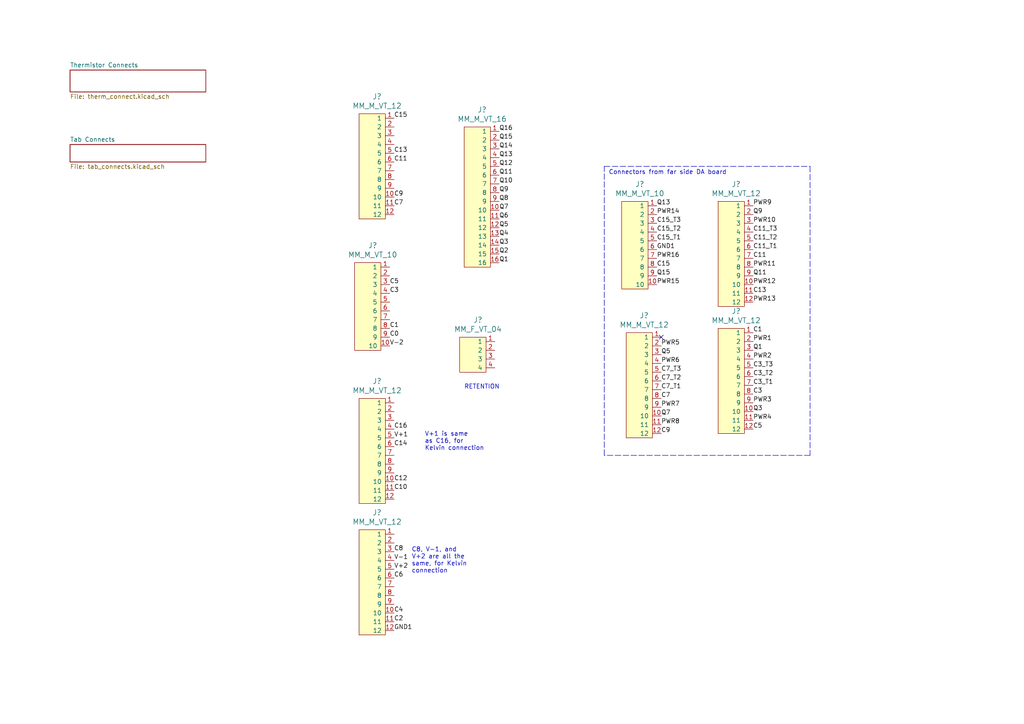
<source format=kicad_sch>
(kicad_sch (version 20211123) (generator eeschema)
  (paper "A4")
  (lib_symbols
    (symbol "MM_M_VT_12_1" (pin_names (offset 1.016))
      (property "Reference" "J" (at -2.54 30.48 0))
      (property "Value" "MM_M_VT_12_1" (at -1.27 -2.54 0))
      (symbol "MM_M_VT_12_1_0_1"
        (rectangle (start -6.35 29.21) (end 1.27 -1.27) (fill (type background)))
      )
      (symbol "MM_M_VT_12_1_1_1"
        (pin bidirectional line (at 3.81 27.94 180) (length 2.54) (name "1") (number "1"))
        (pin bidirectional line (at 3.81 5.08 180) (length 2.54) (name "10") (number "10"))
        (pin bidirectional line (at 3.81 2.54 180) (length 2.54) (name "11") (number "11"))
        (pin bidirectional line (at 3.81 0 180) (length 2.54) (name "12") (number "12"))
        (pin bidirectional line (at 3.81 25.4 180) (length 2.54) (name "2") (number "2"))
        (pin bidirectional line (at 3.81 22.86 180) (length 2.54) (name "3") (number "3"))
        (pin bidirectional line (at 3.81 20.32 180) (length 2.54) (name "4") (number "4"))
        (pin bidirectional line (at 3.81 17.78 180) (length 2.54) (name "5") (number "5"))
        (pin bidirectional line (at 3.81 15.24 180) (length 2.54) (name "6") (number "6"))
        (pin bidirectional line (at 3.81 12.7 180) (length 2.54) (name "7") (number "7"))
        (pin bidirectional line (at 3.81 10.16 180) (length 2.54) (name "8") (number "8"))
        (pin bidirectional line (at 3.81 7.62 180) (length 2.54) (name "9") (number "9"))
      )
    )
    (symbol "MM_M_VT_12_2" (pin_names (offset 1.016))
      (property "Reference" "J" (at -2.54 30.48 0))
      (property "Value" "MM_M_VT_12_2" (at -1.27 -2.54 0))
      (symbol "MM_M_VT_12_2_0_1"
        (rectangle (start -6.35 29.21) (end 1.27 -1.27) (fill (type background)))
      )
      (symbol "MM_M_VT_12_2_1_1"
        (pin bidirectional line (at 3.81 27.94 180) (length 2.54) (name "1") (number "1"))
        (pin bidirectional line (at 3.81 5.08 180) (length 2.54) (name "10") (number "10"))
        (pin bidirectional line (at 3.81 2.54 180) (length 2.54) (name "11") (number "11"))
        (pin bidirectional line (at 3.81 0 180) (length 2.54) (name "12") (number "12"))
        (pin bidirectional line (at 3.81 25.4 180) (length 2.54) (name "2") (number "2"))
        (pin bidirectional line (at 3.81 22.86 180) (length 2.54) (name "3") (number "3"))
        (pin bidirectional line (at 3.81 20.32 180) (length 2.54) (name "4") (number "4"))
        (pin bidirectional line (at 3.81 17.78 180) (length 2.54) (name "5") (number "5"))
        (pin bidirectional line (at 3.81 15.24 180) (length 2.54) (name "6") (number "6"))
        (pin bidirectional line (at 3.81 12.7 180) (length 2.54) (name "7") (number "7"))
        (pin bidirectional line (at 3.81 10.16 180) (length 2.54) (name "8") (number "8"))
        (pin bidirectional line (at 3.81 7.62 180) (length 2.54) (name "9") (number "9"))
      )
    )
    (symbol "MM_M_VT_12_3" (pin_names (offset 1.016))
      (property "Reference" "J" (at -2.54 30.48 0))
      (property "Value" "MM_M_VT_12_3" (at -1.27 -2.54 0))
      (symbol "MM_M_VT_12_3_0_1"
        (rectangle (start -6.35 29.21) (end 1.27 -1.27) (fill (type background)))
      )
      (symbol "MM_M_VT_12_3_1_1"
        (pin bidirectional line (at 3.81 27.94 180) (length 2.54) (name "1") (number "1"))
        (pin bidirectional line (at 3.81 5.08 180) (length 2.54) (name "10") (number "10"))
        (pin bidirectional line (at 3.81 2.54 180) (length 2.54) (name "11") (number "11"))
        (pin bidirectional line (at 3.81 0 180) (length 2.54) (name "12") (number "12"))
        (pin bidirectional line (at 3.81 25.4 180) (length 2.54) (name "2") (number "2"))
        (pin bidirectional line (at 3.81 22.86 180) (length 2.54) (name "3") (number "3"))
        (pin bidirectional line (at 3.81 20.32 180) (length 2.54) (name "4") (number "4"))
        (pin bidirectional line (at 3.81 17.78 180) (length 2.54) (name "5") (number "5"))
        (pin bidirectional line (at 3.81 15.24 180) (length 2.54) (name "6") (number "6"))
        (pin bidirectional line (at 3.81 12.7 180) (length 2.54) (name "7") (number "7"))
        (pin bidirectional line (at 3.81 10.16 180) (length 2.54) (name "8") (number "8"))
        (pin bidirectional line (at 3.81 7.62 180) (length 2.54) (name "9") (number "9"))
      )
    )
    (symbol "MM_M_VT_12_4" (pin_names (offset 1.016))
      (property "Reference" "J" (at -2.54 30.48 0))
      (property "Value" "MM_M_VT_12_4" (at -1.27 -2.54 0))
      (symbol "MM_M_VT_12_4_0_1"
        (rectangle (start -6.35 29.21) (end 1.27 -1.27) (fill (type background)))
      )
      (symbol "MM_M_VT_12_4_1_1"
        (pin bidirectional line (at 3.81 27.94 180) (length 2.54) (name "1") (number "1"))
        (pin bidirectional line (at 3.81 5.08 180) (length 2.54) (name "10") (number "10"))
        (pin bidirectional line (at 3.81 2.54 180) (length 2.54) (name "11") (number "11"))
        (pin bidirectional line (at 3.81 0 180) (length 2.54) (name "12") (number "12"))
        (pin bidirectional line (at 3.81 25.4 180) (length 2.54) (name "2") (number "2"))
        (pin bidirectional line (at 3.81 22.86 180) (length 2.54) (name "3") (number "3"))
        (pin bidirectional line (at 3.81 20.32 180) (length 2.54) (name "4") (number "4"))
        (pin bidirectional line (at 3.81 17.78 180) (length 2.54) (name "5") (number "5"))
        (pin bidirectional line (at 3.81 15.24 180) (length 2.54) (name "6") (number "6"))
        (pin bidirectional line (at 3.81 12.7 180) (length 2.54) (name "7") (number "7"))
        (pin bidirectional line (at 3.81 10.16 180) (length 2.54) (name "8") (number "8"))
        (pin bidirectional line (at 3.81 7.62 180) (length 2.54) (name "9") (number "9"))
      )
    )
    (symbol "MM_M_VT_12_5" (pin_names (offset 1.016))
      (property "Reference" "J" (at -2.54 30.48 0))
      (property "Value" "MM_M_VT_12_5" (at -1.27 -2.54 0))
      (symbol "MM_M_VT_12_5_0_1"
        (rectangle (start -6.35 29.21) (end 1.27 -1.27) (fill (type background)))
      )
      (symbol "MM_M_VT_12_5_1_1"
        (pin bidirectional line (at 3.81 27.94 180) (length 2.54) (name "1") (number "1"))
        (pin bidirectional line (at 3.81 5.08 180) (length 2.54) (name "10") (number "10"))
        (pin bidirectional line (at 3.81 2.54 180) (length 2.54) (name "11") (number "11"))
        (pin bidirectional line (at 3.81 0 180) (length 2.54) (name "12") (number "12"))
        (pin bidirectional line (at 3.81 25.4 180) (length 2.54) (name "2") (number "2"))
        (pin bidirectional line (at 3.81 22.86 180) (length 2.54) (name "3") (number "3"))
        (pin bidirectional line (at 3.81 20.32 180) (length 2.54) (name "4") (number "4"))
        (pin bidirectional line (at 3.81 17.78 180) (length 2.54) (name "5") (number "5"))
        (pin bidirectional line (at 3.81 15.24 180) (length 2.54) (name "6") (number "6"))
        (pin bidirectional line (at 3.81 12.7 180) (length 2.54) (name "7") (number "7"))
        (pin bidirectional line (at 3.81 10.16 180) (length 2.54) (name "8") (number "8"))
        (pin bidirectional line (at 3.81 7.62 180) (length 2.54) (name "9") (number "9"))
      )
    )
    (symbol "formula:MM_F_VT_04" (pin_names (offset 1.016))
      (property "Reference" "J" (at -2.54 30.48 0))
      (property "Value" "MM_F_VT_04" (at 1.27 -6.35 0))
      (symbol "MM_F_VT_04_0_1"
        (rectangle (start 3.81 -3.81) (end -3.81 6.35) (fill (type background)))
      )
      (symbol "MM_F_VT_04_1_1"
        (pin bidirectional line (at 6.35 5.08 180) (length 2.54) (name "1") (number "1"))
        (pin bidirectional line (at 6.35 2.54 180) (length 2.54) (name "2") (number "2"))
        (pin bidirectional line (at 6.35 0 180) (length 2.54) (name "3") (number "3"))
        (pin bidirectional line (at 6.35 -2.54 180) (length 2.54) (name "4") (number "4"))
      )
    )
    (symbol "formula:MM_M_VT_10" (pin_names (offset 1.016))
      (property "Reference" "J" (at 0 19.05 0))
      (property "Value" "MM_M_VT_10" (at 0 -8.89 0))
      (symbol "MM_M_VT_10_0_1"
        (rectangle (start -3.81 17.78) (end 3.81 -7.62) (fill (type background)))
      )
      (symbol "MM_M_VT_10_1_1"
        (pin bidirectional line (at 6.35 16.51 180) (length 2.54) (name "1") (number "1"))
        (pin bidirectional line (at 6.35 -6.35 180) (length 2.54) (name "10") (number "10"))
        (pin bidirectional line (at 6.35 13.97 180) (length 2.54) (name "2") (number "2"))
        (pin bidirectional line (at 6.35 11.43 180) (length 2.54) (name "3") (number "3"))
        (pin bidirectional line (at 6.35 8.89 180) (length 2.54) (name "4") (number "4"))
        (pin bidirectional line (at 6.35 6.35 180) (length 2.54) (name "5") (number "5"))
        (pin bidirectional line (at 6.35 3.81 180) (length 2.54) (name "6") (number "6"))
        (pin bidirectional line (at 6.35 1.27 180) (length 2.54) (name "7") (number "7"))
        (pin bidirectional line (at 6.35 -1.27 180) (length 2.54) (name "8") (number "8"))
        (pin bidirectional line (at 6.35 -3.81 180) (length 2.54) (name "9") (number "9"))
      )
    )
    (symbol "formula:MM_M_VT_12" (pin_names (offset 1.016))
      (property "Reference" "J" (at -2.54 30.48 0))
      (property "Value" "MM_M_VT_12" (at -1.27 -2.54 0))
      (symbol "MM_M_VT_12_0_1"
        (rectangle (start -6.35 29.21) (end 1.27 -1.27) (fill (type background)))
      )
      (symbol "MM_M_VT_12_1_1"
        (pin bidirectional line (at 3.81 27.94 180) (length 2.54) (name "1") (number "1"))
        (pin bidirectional line (at 3.81 5.08 180) (length 2.54) (name "10") (number "10"))
        (pin bidirectional line (at 3.81 2.54 180) (length 2.54) (name "11") (number "11"))
        (pin bidirectional line (at 3.81 0 180) (length 2.54) (name "12") (number "12"))
        (pin bidirectional line (at 3.81 25.4 180) (length 2.54) (name "2") (number "2"))
        (pin bidirectional line (at 3.81 22.86 180) (length 2.54) (name "3") (number "3"))
        (pin bidirectional line (at 3.81 20.32 180) (length 2.54) (name "4") (number "4"))
        (pin bidirectional line (at 3.81 17.78 180) (length 2.54) (name "5") (number "5"))
        (pin bidirectional line (at 3.81 15.24 180) (length 2.54) (name "6") (number "6"))
        (pin bidirectional line (at 3.81 12.7 180) (length 2.54) (name "7") (number "7"))
        (pin bidirectional line (at 3.81 10.16 180) (length 2.54) (name "8") (number "8"))
        (pin bidirectional line (at 3.81 7.62 180) (length 2.54) (name "9") (number "9"))
      )
    )
    (symbol "formula:MM_M_VT_16" (pin_names (offset 1.016))
      (property "Reference" "J" (at -2.54 30.48 0))
      (property "Value" "MM_M_VT_16" (at -1.27 -12.7 0))
      (symbol "MM_M_VT_16_0_1"
        (rectangle (start -6.35 29.21) (end 1.27 -11.43) (fill (type background)))
      )
      (symbol "MM_M_VT_16_1_1"
        (pin bidirectional line (at 3.81 27.94 180) (length 2.54) (name "1") (number "1"))
        (pin bidirectional line (at 3.81 5.08 180) (length 2.54) (name "10") (number "10"))
        (pin bidirectional line (at 3.81 2.54 180) (length 2.54) (name "11") (number "11"))
        (pin bidirectional line (at 3.81 0 180) (length 2.54) (name "12") (number "12"))
        (pin bidirectional line (at 3.81 -2.54 180) (length 2.54) (name "13") (number "13"))
        (pin bidirectional line (at 3.81 -5.08 180) (length 2.54) (name "14") (number "14"))
        (pin bidirectional line (at 3.81 -7.62 180) (length 2.54) (name "15") (number "15"))
        (pin bidirectional line (at 3.81 -10.16 180) (length 2.54) (name "16") (number "16"))
        (pin bidirectional line (at 3.81 25.4 180) (length 2.54) (name "2") (number "2"))
        (pin bidirectional line (at 3.81 22.86 180) (length 2.54) (name "3") (number "3"))
        (pin bidirectional line (at 3.81 20.32 180) (length 2.54) (name "4") (number "4"))
        (pin bidirectional line (at 3.81 17.78 180) (length 2.54) (name "5") (number "5"))
        (pin bidirectional line (at 3.81 15.24 180) (length 2.54) (name "6") (number "6"))
        (pin bidirectional line (at 3.81 12.7 180) (length 2.54) (name "7") (number "7"))
        (pin bidirectional line (at 3.81 10.16 180) (length 2.54) (name "8") (number "8"))
        (pin bidirectional line (at 3.81 7.62 180) (length 2.54) (name "9") (number "9"))
      )
    )
  )
  (no_connect (at 191.77 97.79))
  (polyline (pts (xy 175.26 132.08) (xy 175.26 48.26)))
  (polyline (pts (xy 234.95 132.08) (xy 175.26 132.08)))
  (polyline (pts (xy 175.26 48.26) (xy 234.95 48.26)))
  (polyline (pts (xy 234.95 48.26) (xy 234.95 132.08)))
  (text "C8, V-1, and \nV+2 are all the \nsame, for Kelvin \nconnection" (at 119.38 166.37 0) (effects (font (size 1.27 1.27)) (justify left bottom)))
  (text "RETENTION" (at 134.62 113.03 0) (effects (font (size 1.27 1.27)) (justify left bottom)))
  (text "V+1 is same \nas C16, for\nKelvin connection" (at 123.19 130.81 0) (effects (font (size 1.27 1.27)) (justify left bottom)))
  (text "Connectors from far side DA board" (at 176.53 50.8 0) (effects (font (size 1.27 1.27)) (justify left bottom)))
  (label "C15_T3" (at 190.5 64.77 0))
  (label "C5" (at 113.03 82.55 0))
  (label "Q13" (at 144.78 45.72 0))
  (label "V-1" (at 114.3 162.56 0))
  (label "C8" (at 114.3 160.02 0))
  (label "Q15" (at 190.5 80.01 0))
  (label "C6" (at 114.3 167.64 0))
  (label "V+1" (at 114.3 127 0))
  (label "Q15" (at 144.78 40.64 0))
  (label "GND1" (at 114.3 182.88 0))
  (label "C15" (at 190.5 77.47 0))
  (label "Q2" (at 144.78 73.66 0))
  (label "Q1" (at 218.44 101.6 0))
  (label "PWR13" (at 218.44 87.63 0))
  (label "C15_T2" (at 190.5 67.31 0))
  (label "C4" (at 114.3 177.8 0))
  (label "Q16" (at 144.78 38.1 0))
  (label "C10" (at 114.3 142.24 0))
  (label "PWR4" (at 218.44 121.92 0))
  (label "C16" (at 114.3 124.46 0))
  (label "C11" (at 114.3 46.99 0))
  (label "C13" (at 114.3 44.45 0))
  (label "PWR8" (at 191.77 123.19 0))
  (label "C3" (at 113.03 85.09 0))
  (label "Q11" (at 144.78 50.8 0))
  (label "PWR14" (at 190.5 62.23 0))
  (label "PWR2" (at 218.44 104.14 0))
  (label "Q4" (at 144.78 68.58 0))
  (label "C3_T2" (at 218.44 109.22 0))
  (label "C7_T3" (at 191.77 107.95 0))
  (label "C9" (at 114.3 57.15 0))
  (label "PWR16" (at 190.5 74.93 0))
  (label "C14" (at 114.3 129.54 0))
  (label "C3" (at 218.44 114.3 0))
  (label "C3_T1" (at 218.44 111.76 0))
  (label "PWR15" (at 190.5 82.55 0))
  (label "PWR12" (at 218.44 82.55 0))
  (label "Q5" (at 191.77 102.87 0))
  (label "PWR1" (at 218.44 99.06 0))
  (label "Q14" (at 144.78 43.18 0))
  (label "Q7" (at 144.78 60.96 0))
  (label "V-2" (at 113.03 100.33 0))
  (label "C9" (at 191.77 125.73 0))
  (label "V+2" (at 114.3 165.1 0))
  (label "PWR5" (at 191.77 100.33 0))
  (label "C11" (at 218.44 74.93 0))
  (label "GND1" (at 190.5 72.39 0))
  (label "C1" (at 218.44 96.52 0))
  (label "C15_T1" (at 190.5 69.85 0))
  (label "C11_T2" (at 218.44 69.85 0))
  (label "PWR3" (at 218.44 116.84 0))
  (label "C11_T1" (at 218.44 72.39 0))
  (label "Q6" (at 144.78 63.5 0))
  (label "Q5" (at 144.78 66.04 0))
  (label "C15" (at 114.3 34.29 0))
  (label "Q10" (at 144.78 53.34 0))
  (label "PWR11" (at 218.44 77.47 0))
  (label "Q7" (at 191.77 120.65 0))
  (label "C7_T1" (at 191.77 113.03 0))
  (label "C5" (at 218.44 124.46 0))
  (label "C11_T3" (at 218.44 67.31 0))
  (label "Q11" (at 218.44 80.01 0))
  (label "C3_T3" (at 218.44 106.68 0))
  (label "PWR7" (at 191.77 118.11 0))
  (label "Q9" (at 144.78 55.88 0))
  (label "Q12" (at 144.78 48.26 0))
  (label "Q9" (at 218.44 62.23 0))
  (label "C2" (at 114.3 180.34 0))
  (label "C13" (at 218.44 85.09 0))
  (label "Q13" (at 190.5 59.69 0))
  (label "PWR6" (at 191.77 105.41 0))
  (label "C12" (at 114.3 139.7 0))
  (label "PWR10" (at 218.44 64.77 0))
  (label "Q3" (at 144.78 71.12 0))
  (label "C0" (at 113.03 97.79 0))
  (label "C7" (at 191.77 115.57 0))
  (label "C7" (at 114.3 59.69 0))
  (label "Q1" (at 144.78 76.2 0))
  (label "C7_T2" (at 191.77 110.49 0))
  (label "Q3" (at 218.44 119.38 0))
  (label "C1" (at 113.03 95.25 0))
  (label "Q8" (at 144.78 58.42 0))
  (label "PWR9" (at 218.44 59.69 0))
  (symbol (lib_id "formula:MM_M_VT_10") (at 184.15 76.2 0) (unit 1)
    (property "Reference" "J?" (at 185.5724 53.4162 0) (effects (font (size 1.524 1.524))))
    (property "Value" "MM_M_VT_10" (at 185.5724 56.1086 0) (effects (font (size 1.524 1.524))))
    (property "Footprint" "footprints:micromatch_female_vert_10" (effects hide))
    (property "Datasheet" "http://www.te.com/commerce/DocumentDelivery/DDEController?Action=showdoc&DocId=Customer+Drawing%7F338068%7FF1%7Fpdf%7FEnglish%7FENG_CD_338068_F1.pdf%7F1-1-215464-0" (effects hide))
    (property "MFN" "TE" (effects hide))
    (property "MPN" "1-215464-0" (effects hide))
    (property "PurchasingLink" "http://www.te.com/global-en/product-1-215464-0.html" (effects hide))
  )
  (symbol (lib_id "formula:MM_M_VT_10") (at 106.68 93.98 0) (unit 1)
    (property "Reference" "J?" (at 108.1024 71.1962 0) (effects (font (size 1.524 1.524))))
    (property "Value" "MM_M_VT_10" (at 108.1024 73.8886 0) (effects (font (size 1.524 1.524))))
    (property "Footprint" "footprints:micromatch_female_vert_10" (effects hide))
    (property "Datasheet" "http://www.te.com/commerce/DocumentDelivery/DDEController?Action=showdoc&DocId=Customer+Drawing%7F338068%7FF1%7Fpdf%7FEnglish%7FENG_CD_338068_F1.pdf%7F1-1-215464-0" (effects hide))
    (property "MFN" "TE" (effects hide))
    (property "MPN" "1-215464-0" (effects hide))
    (property "PurchasingLink" "http://www.te.com/global-en/product-1-215464-0.html" (effects hide))
  )
  (symbol (lib_name "MM_M_VT_12_3") (lib_id "formula:MM_M_VT_12") (at 110.49 182.88 0) (unit 1)
    (property "Reference" "J?" (at 109.3724 148.6662 0) (effects (font (size 1.524 1.524))))
    (property "Value" "MM_M_VT_12" (at 109.3724 151.3586 0) (effects (font (size 1.524 1.524))))
    (property "Footprint" "footprints:micromatch_female_vt_12" (effects hide))
    (property "Datasheet" "http://www.te.com/commerce/DocumentDelivery/DDEController?Action=showdoc&DocId=Customer+Drawing%7F338068%7FF1%7Fpdf%7FEnglish%7FENG_CD_338068_F1.pdf%7F1-1-215464-2" (effects hide))
    (property "MFN" "TE" (effects hide))
    (property "MPN" "1-215464-2" (effects hide))
    (property "PurchasingLink" "http://www.te.com/global-en/product-1-215464-2.html" (effects hide))
  )
  (symbol (lib_id "formula:MM_F_VT_04") (at 137.16 104.14 0) (unit 1)
    (property "Reference" "J?" (at 138.6332 92.7862 0) (effects (font (size 1.524 1.524))))
    (property "Value" "MM_F_VT_04" (at 138.6332 95.4786 0) (effects (font (size 1.524 1.524))))
    (property "Footprint" "footprints:micromatch_female_vert_4" (effects hide))
    (property "Datasheet" "http://www.te.com/commerce/DocumentDelivery/DDEController?Action=showdoc&DocId=Customer+Drawing%7F338068%7FF1%7Fpdf%7FEnglish%7FENG_CD_338068_F1.pdf%7F338068-4" (effects hide))
    (property "MFN" "TE" (effects hide))
    (property "MPN" "338068-4" (effects hide))
    (property "PurchasingLink" "http://www.te.com/global-en/product-338068-4.html" (effects hide))
  )
  (symbol (lib_name "MM_M_VT_12_4") (lib_id "formula:MM_M_VT_12") (at 214.63 124.46 0) (unit 1)
    (property "Reference" "J?" (at 213.5124 90.2462 0) (effects (font (size 1.524 1.524))))
    (property "Value" "MM_M_VT_12" (at 213.5124 92.9386 0) (effects (font (size 1.524 1.524))))
    (property "Footprint" "footprints:micromatch_female_vt_12" (effects hide))
    (property "Datasheet" "http://www.te.com/commerce/DocumentDelivery/DDEController?Action=showdoc&DocId=Customer+Drawing%7F338068%7FF1%7Fpdf%7FEnglish%7FENG_CD_338068_F1.pdf%7F1-1-215464-2" (effects hide))
    (property "MFN" "TE" (effects hide))
    (property "MPN" "1-215464-2" (effects hide))
    (property "PurchasingLink" "http://www.te.com/global-en/product-1-215464-2.html" (effects hide))
  )
  (symbol (lib_name "MM_M_VT_12_5") (lib_id "formula:MM_M_VT_12") (at 214.63 87.63 0) (unit 1)
    (property "Reference" "J?" (at 213.5124 53.4162 0) (effects (font (size 1.524 1.524))))
    (property "Value" "MM_M_VT_12" (at 213.5124 56.1086 0) (effects (font (size 1.524 1.524))))
    (property "Footprint" "footprints:micromatch_female_vt_12" (effects hide))
    (property "Datasheet" "http://www.te.com/commerce/DocumentDelivery/DDEController?Action=showdoc&DocId=Customer+Drawing%7F338068%7FF1%7Fpdf%7FEnglish%7FENG_CD_338068_F1.pdf%7F1-1-215464-2" (effects hide))
    (property "MFN" "TE" (effects hide))
    (property "MPN" "1-215464-2" (effects hide))
    (property "PurchasingLink" "http://www.te.com/global-en/product-1-215464-2.html" (effects hide))
  )
  (symbol (lib_id "formula:MM_M_VT_16") (at 140.97 66.04 0) (unit 1)
    (property "Reference" "J?" (at 139.8524 31.8262 0) (effects (font (size 1.524 1.524))))
    (property "Value" "MM_M_VT_16" (at 139.8524 34.5186 0) (effects (font (size 1.524 1.524))))
    (property "Footprint" "footprints:micromatch_female_vert_16" (effects hide))
    (property "Datasheet" "http://www.te.com/commerce/DocumentDelivery/DDEController?Action=showdoc&DocId=Customer+Drawing%7F338068%7FF1%7Fpdf%7FEnglish%7FENG_CD_338068_F1.pdf%7F1-1-215464-6" (effects hide))
    (property "MFN" "TE" (effects hide))
    (property "MPN" "1-215464-6" (effects hide))
    (property "PurchasingLink" "http://www.te.com/global-en/product-1-215464-6.html" (effects hide))
  )
  (symbol (lib_name "MM_M_VT_12_1") (lib_id "formula:MM_M_VT_12") (at 110.49 62.23 0) (unit 1)
    (property "Reference" "J?" (at 109.3724 28.0162 0) (effects (font (size 1.524 1.524))))
    (property "Value" "MM_M_VT_12" (at 109.3724 30.7086 0) (effects (font (size 1.524 1.524))))
    (property "Footprint" "footprints:micromatch_female_vt_12" (effects hide))
    (property "Datasheet" "http://www.te.com/commerce/DocumentDelivery/DDEController?Action=showdoc&DocId=Customer+Drawing%7F338068%7FF1%7Fpdf%7FEnglish%7FENG_CD_338068_F1.pdf%7F1-1-215464-2" (effects hide))
    (property "MFN" "TE" (effects hide))
    (property "MPN" "1-215464-2" (effects hide))
    (property "PurchasingLink" "http://www.te.com/global-en/product-1-215464-2.html" (effects hide))
  )
  (symbol (lib_id "formula:MM_M_VT_12") (at 187.96 125.73 0) (unit 1)
    (property "Reference" "J?" (at 186.8424 91.5162 0) (effects (font (size 1.524 1.524))))
    (property "Value" "MM_M_VT_12" (at 186.8424 94.2086 0) (effects (font (size 1.524 1.524))))
    (property "Footprint" "footprints:micromatch_female_vt_12" (effects hide))
    (property "Datasheet" "http://www.te.com/commerce/DocumentDelivery/DDEController?Action=showdoc&DocId=Customer+Drawing%7F338068%7FF1%7Fpdf%7FEnglish%7FENG_CD_338068_F1.pdf%7F1-1-215464-2" (effects hide))
    (property "MFN" "TE" (effects hide))
    (property "MPN" "1-215464-2" (effects hide))
    (property "PurchasingLink" "http://www.te.com/global-en/product-1-215464-2.html" (effects hide))
  )
  (symbol (lib_name "MM_M_VT_12_2") (lib_id "formula:MM_M_VT_12") (at 110.49 144.78 0) (unit 1)
    (property "Reference" "J?" (at 109.3724 110.5662 0) (effects (font (size 1.524 1.524))))
    (property "Value" "MM_M_VT_12" (at 109.3724 113.2586 0) (effects (font (size 1.524 1.524))))
    (property "Footprint" "footprints:micromatch_female_vt_12" (effects hide))
    (property "Datasheet" "http://www.te.com/commerce/DocumentDelivery/DDEController?Action=showdoc&DocId=Customer+Drawing%7F338068%7FF1%7Fpdf%7FEnglish%7FENG_CD_338068_F1.pdf%7F1-1-215464-2" (effects hide))
    (property "MFN" "TE" (effects hide))
    (property "MPN" "1-215464-2" (effects hide))
    (property "PurchasingLink" "http://www.te.com/global-en/product-1-215464-2.html" (effects hide))
  )
  (sheet (at 20.32 20.32) (size 39.37 6.35) (stroke (width 0.1524))
    (property "Sheet name" "Thermistor Connects" (at 20.32 19.6084 0) (effects (justify left bottom)))
    (property "Sheet file" "therm_connect.kicad_sch" (at 20.32 27.2546 0) (effects (justify left top)))
  )
  (sheet (at 20.32 41.91) (size 39.37 5.08) (stroke (width 0.1524))
    (property "Sheet name" "Tab Connects" (at 20.32 41.1984 0) (effects (justify left bottom)))
    (property "Sheet file" "tab_connects.kicad_sch" (at 20.32 47.5746 0) (effects (justify left top)))
  )
)
</source>
